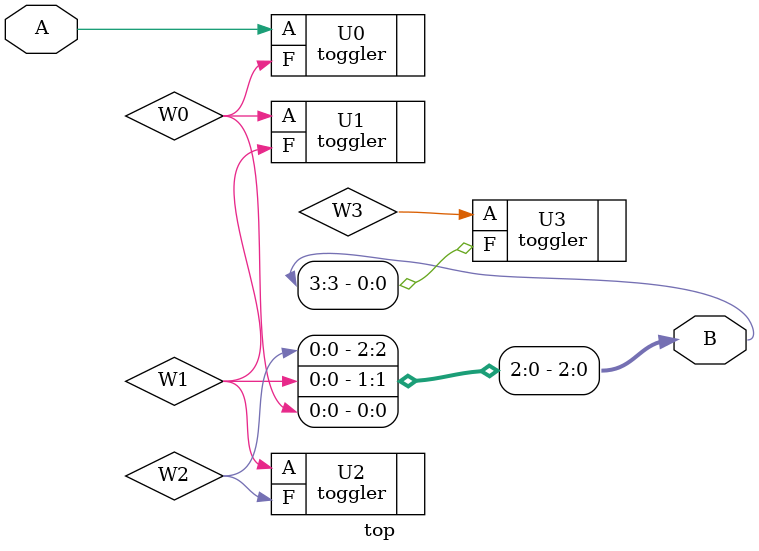
<source format=v>
`include "toggler.v"

module top(A,B);
    input A;
    output [3:0] B;


    wire W0,W1,W2;


    toggler U0(.A(A), .F(W0));
    toggler U1(.A(W0), .F(W1));
    toggler U2(.A(W1), .F(W2));
    toggler U3(.A(W3), .F(B[3]));


    assign B[0] = W0;
    assign B[1] = W1;
    assign B[2] = W2;

endmodule
</source>
